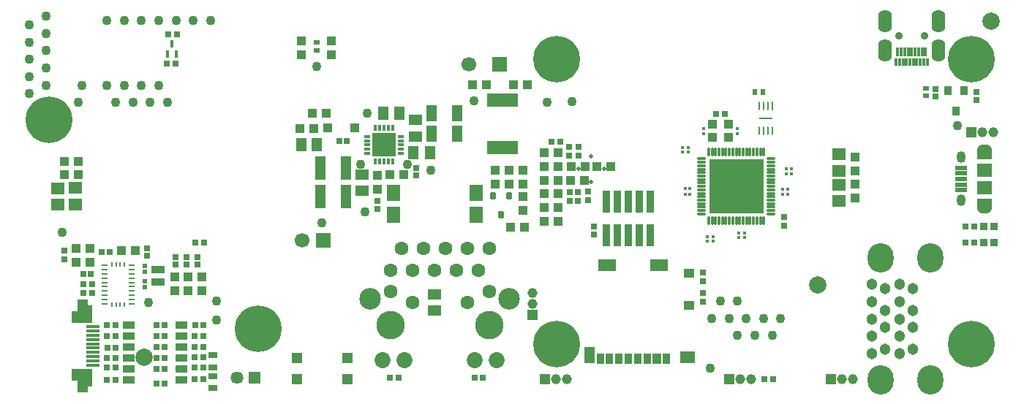
<source format=gts>
G04*
G04 #@! TF.GenerationSoftware,Altium Limited,Altium Designer,21.3.2 (30)*
G04*
G04 Layer_Color=8388736*
%FSLAX44Y44*%
%MOMM*%
G71*
G04*
G04 #@! TF.SameCoordinates,F6AF6AA3-D760-431E-B483-83C9D8F16B82*
G04*
G04*
G04 #@! TF.FilePolarity,Negative*
G04*
G01*
G75*
%ADD28R,0.6750X0.2500*%
%ADD29R,0.2500X0.5750*%
G04:AMPARAMS|DCode=46|XSize=1.0111mm|YSize=0.2425mm|CornerRadius=0.1212mm|HoleSize=0mm|Usage=FLASHONLY|Rotation=270.000|XOffset=0mm|YOffset=0mm|HoleType=Round|Shape=RoundedRectangle|*
%AMROUNDEDRECTD46*
21,1,1.0111,0.0000,0,0,270.0*
21,1,0.7686,0.2425,0,0,270.0*
1,1,0.2425,0.0000,-0.3843*
1,1,0.2425,0.0000,0.3843*
1,1,0.2425,0.0000,0.3843*
1,1,0.2425,0.0000,-0.3843*
%
%ADD46ROUNDEDRECTD46*%
%ADD47R,0.2425X1.0111*%
%ADD77R,0.6516X0.7516*%
%ADD78R,0.7516X0.6516*%
%ADD79R,0.5516X0.6516*%
%ADD80C,1.1016*%
%ADD81R,0.4616X0.4216*%
%ADD82R,0.9016X0.9016*%
%ADD83R,1.5016X0.8516*%
%ADD84R,1.1016X1.0016*%
%ADD85R,0.5216X0.5616*%
%ADD86R,0.7216X0.7216*%
%ADD87R,0.7216X0.7216*%
%ADD88R,1.0016X1.1016*%
%ADD89R,1.6516X1.4516*%
%ADD90R,1.2716X1.9016*%
%ADD91R,2.0016X1.4516*%
%ADD92R,1.3016X1.1016*%
%ADD93R,0.9516X1.2016*%
%ADD94R,0.9766X1.2016*%
%ADD95R,0.8516X1.2016*%
%ADD96R,1.3516X0.8616*%
%ADD97R,1.5066X0.4066*%
%ADD98R,1.1016X1.1016*%
%ADD99R,1.6500X0.2500*%
%ADD100O,0.3016X1.1016*%
%ADD101O,1.1016X0.3016*%
%ADD102R,6.3016X6.3016*%
%ADD103R,0.8616X2.5016*%
%ADD104R,0.4216X0.4616*%
%ADD105R,1.4516X0.5016*%
%ADD106R,1.6516X1.6016*%
%ADD107R,1.6216X1.8816*%
%ADD108R,0.3516X0.8016*%
%ADD109R,0.8016X0.3516*%
%ADD110R,2.7016X2.7016*%
%ADD111R,1.0016X1.0516*%
%ADD112R,1.3016X1.3016*%
%ADD113R,1.2516X1.9016*%
%ADD114R,1.2516X1.5516*%
%ADD115R,1.2516X2.8016*%
%ADD116R,1.5516X1.2516*%
%ADD117R,0.9016X1.1016*%
%ADD118R,1.6016X1.4016*%
%ADD119R,0.4016X0.8116*%
%ADD120R,0.3316X1.1016*%
%ADD121R,0.3316X0.9516*%
%ADD122R,0.6516X0.5516*%
%ADD123C,2.0000*%
G04:AMPARAMS|DCode=124|XSize=0.6516mm|YSize=0.9016mm|CornerRadius=0.1003mm|HoleSize=0mm|Usage=FLASHONLY|Rotation=0.000|XOffset=0mm|YOffset=0mm|HoleType=Round|Shape=RoundedRectangle|*
%AMROUNDEDRECTD124*
21,1,0.6516,0.7010,0,0,0.0*
21,1,0.4510,0.9016,0,0,0.0*
1,1,0.2006,0.2255,-0.3505*
1,1,0.2006,-0.2255,-0.3505*
1,1,0.2006,-0.2255,0.3505*
1,1,0.2006,0.2255,0.3505*
%
%ADD124ROUNDEDRECTD124*%
%ADD125R,1.1516X1.5016*%
%ADD126R,3.6616X1.5016*%
%ADD127R,1.0016X0.8016*%
%ADD128R,1.5016X1.1516*%
%ADD129R,2.4016X1.3516*%
%ADD130R,1.2016X2.7516*%
%ADD131R,1.7016X2.0516*%
%ADD132R,1.7016X2.0516*%
%ADD133R,1.2016X2.7516*%
%ADD134R,1.6516X1.3016*%
%ADD135R,1.6516X1.3016*%
%ADD136C,1.3016*%
%ADD137O,3.0016X3.4016*%
%ADD138O,1.0516X1.3516*%
%ADD139O,1.6516X1.0016*%
%ADD140R,1.1516X1.1516*%
%ADD141C,1.1516*%
%ADD142R,1.1516X1.1516*%
%ADD143C,1.4696*%
%ADD144R,1.4696X1.4696*%
%ADD145C,0.9116*%
%ADD146O,1.6016X2.6516*%
%ADD147C,5.4000*%
%ADD148C,0.5080*%
%ADD149C,1.7000*%
%ADD150R,1.7000X1.7000*%
%ADD151C,1.6016*%
%ADD152C,1.8516*%
%ADD153C,3.3016*%
%ADD154C,2.5016*%
%ADD155C,0.1016*%
%ADD156C,0.6016*%
%ADD157C,0.6080*%
D28*
X133625Y151500D02*
D03*
Y106500D02*
D03*
Y111500D02*
D03*
Y116500D02*
D03*
Y121500D02*
D03*
Y126500D02*
D03*
Y131500D02*
D03*
Y136500D02*
D03*
Y141500D02*
D03*
Y146500D02*
D03*
X102375Y151500D02*
D03*
Y146500D02*
D03*
Y141500D02*
D03*
Y136500D02*
D03*
Y131500D02*
D03*
Y126500D02*
D03*
Y121500D02*
D03*
Y116500D02*
D03*
Y111500D02*
D03*
Y106500D02*
D03*
D29*
X110500Y105875D02*
D03*
X115500D02*
D03*
X120500D02*
D03*
X125500D02*
D03*
Y152125D02*
D03*
X120500D02*
D03*
X115500D02*
D03*
X110500D02*
D03*
D46*
X875418Y307059D02*
D03*
X870418D02*
D03*
X865418D02*
D03*
X860418D02*
D03*
Y336069D02*
D03*
X865418D02*
D03*
X870418D02*
D03*
D47*
X875418D02*
D03*
D77*
X172100Y81800D02*
D03*
X162100D02*
D03*
X172100Y44300D02*
D03*
X162100D02*
D03*
X172100Y14000D02*
D03*
X162100D02*
D03*
X172100Y68906D02*
D03*
X162100D02*
D03*
X172100Y56206D02*
D03*
X162100D02*
D03*
X172100Y31500D02*
D03*
X162100D02*
D03*
X1109026Y177769D02*
D03*
X1099026D02*
D03*
X1109026Y196049D02*
D03*
X1099026D02*
D03*
X88016Y119366D02*
D03*
X78016D02*
D03*
X87979Y129765D02*
D03*
X77979D02*
D03*
X640504Y225779D02*
D03*
X650504D02*
D03*
X650504Y236375D02*
D03*
X640504D02*
D03*
X206992Y81860D02*
D03*
X216992D02*
D03*
X206738Y68906D02*
D03*
X216738D02*
D03*
X206738Y56206D02*
D03*
X216738D02*
D03*
X206484Y44522D02*
D03*
X216484D02*
D03*
X206738Y32838D02*
D03*
X216738D02*
D03*
X206738Y19122D02*
D03*
X216738D02*
D03*
X114884Y81606D02*
D03*
X104884D02*
D03*
X115218Y68906D02*
D03*
X105218D02*
D03*
X115392Y55698D02*
D03*
X105392D02*
D03*
X115138Y43760D02*
D03*
X105138D02*
D03*
X115218Y32584D02*
D03*
X105218D02*
D03*
X114884Y18868D02*
D03*
X104884D02*
D03*
X820086Y326898D02*
D03*
X810086D02*
D03*
X185883Y419048D02*
D03*
X175883D02*
D03*
X540432Y21336D02*
D03*
X530432D02*
D03*
X442642Y20828D02*
D03*
X432642D02*
D03*
X629952Y294894D02*
D03*
X619952D02*
D03*
X866400Y19300D02*
D03*
X876400D02*
D03*
X184578Y385318D02*
D03*
X174578D02*
D03*
X217598Y177292D02*
D03*
X207598D02*
D03*
D78*
X889200Y197100D02*
D03*
Y207100D02*
D03*
X56139Y168342D02*
D03*
Y158342D02*
D03*
X668838Y186633D02*
D03*
Y196633D02*
D03*
X640334Y278718D02*
D03*
Y288718D02*
D03*
X651256D02*
D03*
Y278718D02*
D03*
X662313Y236820D02*
D03*
Y226820D02*
D03*
X795274Y133176D02*
D03*
Y143176D02*
D03*
X795020Y119300D02*
D03*
Y109300D02*
D03*
D79*
X864293Y352228D02*
D03*
X855293D02*
D03*
D80*
X815000Y110000D02*
D03*
X835000D02*
D03*
X145000Y435000D02*
D03*
X225000D02*
D03*
X105000D02*
D03*
X125000D02*
D03*
X165000D02*
D03*
X185000D02*
D03*
X205000D02*
D03*
X152893Y108621D02*
D03*
X231900Y110100D02*
D03*
X115000Y340000D02*
D03*
X76107Y359951D02*
D03*
X105000Y360000D02*
D03*
X125000D02*
D03*
X135000Y340000D02*
D03*
X175000D02*
D03*
X155000D02*
D03*
X165000Y360000D02*
D03*
X145000D02*
D03*
X35000Y420000D02*
D03*
Y360000D02*
D03*
X15000Y350000D02*
D03*
Y430000D02*
D03*
Y390000D02*
D03*
X35000Y380000D02*
D03*
Y400000D02*
D03*
X15000Y410000D02*
D03*
Y370000D02*
D03*
X35000Y440000D02*
D03*
X1089848Y313474D02*
D03*
X53028Y189438D02*
D03*
X231900Y87600D02*
D03*
X805000Y90000D02*
D03*
X825000D02*
D03*
X845000D02*
D03*
X865000D02*
D03*
X835000Y70000D02*
D03*
X885000Y90000D02*
D03*
X855000Y70000D02*
D03*
X875000D02*
D03*
X479740Y261404D02*
D03*
X398448Y268680D02*
D03*
X529778Y342176D02*
D03*
X803656Y32004D02*
D03*
X403794Y213398D02*
D03*
X452562Y268262D02*
D03*
X354010Y200190D02*
D03*
X614244Y340634D02*
D03*
X347650Y382050D02*
D03*
X643041Y340900D02*
D03*
X406080Y327698D02*
D03*
X72150Y340250D02*
D03*
D81*
X779780Y233426D02*
D03*
X774180D02*
D03*
X779786Y240030D02*
D03*
X774186D02*
D03*
X892810Y239776D02*
D03*
X887210D02*
D03*
X892808Y233172D02*
D03*
X887208D02*
D03*
D82*
X1119611Y177727D02*
D03*
X1132111D02*
D03*
Y195935D02*
D03*
X1119611D02*
D03*
D83*
X164149Y131719D02*
D03*
Y146319D02*
D03*
D84*
X69358Y154536D02*
D03*
Y170536D02*
D03*
X85000Y170500D02*
D03*
Y154500D02*
D03*
X824336Y315090D02*
D03*
X805836Y299590D02*
D03*
X824336D02*
D03*
X805836Y315090D02*
D03*
X570144Y261762D02*
D03*
Y245762D02*
D03*
X330000Y395000D02*
D03*
Y411000D02*
D03*
X365000Y395000D02*
D03*
Y411000D02*
D03*
X970788Y229744D02*
D03*
Y245744D02*
D03*
Y276478D02*
D03*
Y260478D02*
D03*
X418450Y255550D02*
D03*
Y239550D02*
D03*
X214630Y137794D02*
D03*
Y121794D02*
D03*
X199256Y137839D02*
D03*
Y121839D02*
D03*
X183762Y137839D02*
D03*
Y121839D02*
D03*
X554142Y261762D02*
D03*
Y245762D02*
D03*
X586654Y261762D02*
D03*
Y245762D02*
D03*
X586590Y231028D02*
D03*
Y215028D02*
D03*
D85*
X149030Y143828D02*
D03*
Y150428D02*
D03*
Y132828D02*
D03*
Y126228D02*
D03*
D86*
X77528Y141042D02*
D03*
X86528D02*
D03*
X108000Y167000D02*
D03*
X99000D02*
D03*
X382888Y295402D02*
D03*
X373888D02*
D03*
D87*
X151130Y162052D02*
D03*
Y171052D02*
D03*
X418200Y225850D02*
D03*
Y216850D02*
D03*
X462892Y264358D02*
D03*
Y255358D02*
D03*
X210058Y151964D02*
D03*
Y160964D02*
D03*
X197358Y151892D02*
D03*
Y160892D02*
D03*
X184658Y151892D02*
D03*
Y160892D02*
D03*
X1064448Y355820D02*
D03*
Y346820D02*
D03*
X1111946Y342756D02*
D03*
Y351756D02*
D03*
D88*
X137540Y168656D02*
D03*
X121540D02*
D03*
X627452Y281686D02*
D03*
X611452D02*
D03*
X627452Y265938D02*
D03*
X611452D02*
D03*
X627452Y202438D02*
D03*
X611452D02*
D03*
X627452Y249936D02*
D03*
X611452D02*
D03*
X627452Y234188D02*
D03*
X611452D02*
D03*
X627452Y218440D02*
D03*
X611452D02*
D03*
X672250Y265800D02*
D03*
X688250D02*
D03*
X658600Y265850D02*
D03*
X642600D02*
D03*
X592000Y360550D02*
D03*
X576000D02*
D03*
X342520Y327406D02*
D03*
X358520D02*
D03*
X55754Y272034D02*
D03*
X71754D02*
D03*
X55754Y256540D02*
D03*
X71754D02*
D03*
X588136Y195834D02*
D03*
X572136D02*
D03*
X544128Y360464D02*
D03*
X528128D02*
D03*
X657600Y249400D02*
D03*
X641600D02*
D03*
X344104Y309410D02*
D03*
X328104D02*
D03*
X448878Y256324D02*
D03*
X432878D02*
D03*
D89*
X777194Y44722D02*
D03*
D90*
X663994Y46972D02*
D03*
D91*
X743944Y151722D02*
D03*
X684244D02*
D03*
D92*
X778944Y141972D02*
D03*
Y104972D02*
D03*
D93*
X752594Y43472D02*
D03*
X730594D02*
D03*
X719594D02*
D03*
X708594D02*
D03*
X697594D02*
D03*
X686594D02*
D03*
D94*
X741594D02*
D03*
D95*
X676094D02*
D03*
D96*
X191434Y18614D02*
D03*
Y31314D02*
D03*
Y44014D02*
D03*
Y56714D02*
D03*
Y69414D02*
D03*
Y82114D02*
D03*
X129934Y18614D02*
D03*
Y31314D02*
D03*
Y44014D02*
D03*
Y56714D02*
D03*
Y69414D02*
D03*
Y82114D02*
D03*
D97*
X88723Y80427D02*
D03*
D03*
Y75427D02*
D03*
Y70427D02*
D03*
Y65427D02*
D03*
Y60427D02*
D03*
Y55427D02*
D03*
Y50427D02*
D03*
Y45427D02*
D03*
Y40427D02*
D03*
Y35427D02*
D03*
D98*
X78913Y94917D02*
D03*
X78833Y20767D02*
D03*
D99*
X867918Y321564D02*
D03*
D100*
X801506Y202762D02*
D03*
X805506D02*
D03*
X809506Y202762D02*
D03*
X813506D02*
D03*
X817506D02*
D03*
X821506Y202762D02*
D03*
X825506D02*
D03*
X829506D02*
D03*
X833506D02*
D03*
X837506D02*
D03*
X841506D02*
D03*
X845506D02*
D03*
X849506Y202762D02*
D03*
X853506Y202762D02*
D03*
X857506Y202762D02*
D03*
X861506Y202762D02*
D03*
X865506Y202762D02*
D03*
Y282762D02*
D03*
X861506Y282762D02*
D03*
X857506Y282762D02*
D03*
X853506Y282762D02*
D03*
X849506Y282762D02*
D03*
X845506Y282762D02*
D03*
X841506D02*
D03*
X837506D02*
D03*
X833506D02*
D03*
X829506D02*
D03*
X825506D02*
D03*
X821506D02*
D03*
X817506Y282762D02*
D03*
X813506D02*
D03*
X809506D02*
D03*
X805506Y282762D02*
D03*
X801506D02*
D03*
D101*
X873506Y210762D02*
D03*
Y214762D02*
D03*
X873506Y218762D02*
D03*
Y222762D02*
D03*
Y226762D02*
D03*
X873506Y230762D02*
D03*
Y234762D02*
D03*
Y238762D02*
D03*
Y242762D02*
D03*
Y246762D02*
D03*
Y250762D02*
D03*
Y254762D02*
D03*
X873506Y258762D02*
D03*
X873506Y262762D02*
D03*
X873506Y266762D02*
D03*
X873506Y270762D02*
D03*
X873506Y274762D02*
D03*
X793506D02*
D03*
X793506Y270762D02*
D03*
X793506Y266762D02*
D03*
X793506Y262762D02*
D03*
X793506Y258762D02*
D03*
X793506Y254762D02*
D03*
Y250762D02*
D03*
Y246762D02*
D03*
Y242762D02*
D03*
Y238762D02*
D03*
Y234762D02*
D03*
Y230762D02*
D03*
X793506Y226762D02*
D03*
Y222762D02*
D03*
Y218762D02*
D03*
X793506Y214762D02*
D03*
Y210762D02*
D03*
D102*
X833506Y242762D02*
D03*
D103*
X683352Y185923D02*
D03*
X696052D02*
D03*
X708752D02*
D03*
X721452D02*
D03*
X734152D02*
D03*
X683352Y224923D02*
D03*
X696052D02*
D03*
X708752D02*
D03*
X721452D02*
D03*
X734152D02*
D03*
D104*
X834644Y303778D02*
D03*
Y309378D02*
D03*
X795528Y309378D02*
D03*
Y303778D02*
D03*
X842772Y188976D02*
D03*
Y183376D02*
D03*
X836422Y188976D02*
D03*
Y183376D02*
D03*
X771144Y282442D02*
D03*
Y288042D02*
D03*
X778002Y282440D02*
D03*
Y288040D02*
D03*
X891032Y263150D02*
D03*
Y257550D02*
D03*
X897102Y263150D02*
D03*
Y257550D02*
D03*
X806704Y184664D02*
D03*
Y179064D02*
D03*
X800215Y184662D02*
D03*
Y179062D02*
D03*
D105*
X1093981Y238471D02*
D03*
Y244971D02*
D03*
Y251471D02*
D03*
Y257971D02*
D03*
Y264471D02*
D03*
D106*
X1120981Y241471D02*
D03*
Y261471D02*
D03*
D107*
X436984Y234966D02*
D03*
Y209566D02*
D03*
X532184Y234966D02*
D03*
Y209566D02*
D03*
D108*
X415852Y271288D02*
D03*
X420852D02*
D03*
X425852D02*
D03*
X430852D02*
D03*
X435852D02*
D03*
Y310288D02*
D03*
X430852D02*
D03*
X425852D02*
D03*
X420852D02*
D03*
X415852D02*
D03*
D109*
X445352Y280788D02*
D03*
Y285788D02*
D03*
Y290788D02*
D03*
Y295788D02*
D03*
Y300788D02*
D03*
X406352D02*
D03*
Y295788D02*
D03*
Y290788D02*
D03*
Y285788D02*
D03*
Y280788D02*
D03*
D110*
X425852Y290788D02*
D03*
D111*
X360172Y310642D02*
D03*
X391672Y310642D02*
D03*
D112*
X383764Y44288D02*
D03*
Y19288D02*
D03*
X324764Y44288D02*
D03*
Y19288D02*
D03*
D113*
X480474Y304076D02*
D03*
X510474D02*
D03*
X480474Y327952D02*
D03*
X510474D02*
D03*
D114*
X347770Y291122D02*
D03*
X329770D02*
D03*
D115*
X351710Y263944D02*
D03*
X381710D02*
D03*
X351710Y231432D02*
D03*
X381710D02*
D03*
D116*
X484378Y117204D02*
D03*
Y99204D02*
D03*
D117*
X1097570Y354176D02*
D03*
X1078570D02*
D03*
X1088070Y330176D02*
D03*
D118*
X48260Y221640D02*
D03*
Y240640D02*
D03*
X68834Y221894D02*
D03*
Y240894D02*
D03*
X952500Y261010D02*
D03*
Y280010D02*
D03*
Y244856D02*
D03*
Y225856D02*
D03*
D119*
X180086Y408182D02*
D03*
X185086Y395982D02*
D03*
X175086D02*
D03*
D120*
X1052509Y398992D02*
D03*
X1048509D02*
D03*
X1044509D02*
D03*
X1040509D02*
D03*
X1036509D02*
D03*
X1032509D02*
D03*
X1028509D02*
D03*
X1024509D02*
D03*
X1020509D02*
D03*
D121*
X1054509Y386742D02*
D03*
X1050509D02*
D03*
X1046509D02*
D03*
X1042509D02*
D03*
X1038509D02*
D03*
X1034509D02*
D03*
X1030509D02*
D03*
X1026509D02*
D03*
X1022509D02*
D03*
X1018509D02*
D03*
D122*
X347672Y400422D02*
D03*
Y409422D02*
D03*
X1053526Y356654D02*
D03*
Y347654D02*
D03*
D123*
X148100Y44400D02*
D03*
X1128630Y434347D02*
D03*
X928050Y128650D02*
D03*
D124*
X570690Y231996D02*
D03*
X551690D02*
D03*
X561190Y209996D02*
D03*
D125*
X443632Y327168D02*
D03*
X424632D02*
D03*
X478996Y282210D02*
D03*
X459996D02*
D03*
D126*
X563052Y342552D02*
D03*
Y287952D02*
D03*
D127*
X228000Y33000D02*
D03*
Y47000D02*
D03*
X228000Y22812D02*
D03*
Y8812D02*
D03*
D128*
X461876Y300752D02*
D03*
Y319752D02*
D03*
X400154Y237404D02*
D03*
Y256404D02*
D03*
D129*
X76214Y91164D02*
D03*
X76235Y24681D02*
D03*
D130*
X77223Y98177D02*
D03*
D131*
X79723Y94677D02*
D03*
D132*
X79723Y21177D02*
D03*
D133*
X77223Y17677D02*
D03*
D134*
X1120980Y222472D02*
D03*
D135*
Y280471D02*
D03*
D136*
X990848Y69192D02*
D03*
Y89192D02*
D03*
Y109192D02*
D03*
Y49192D02*
D03*
Y129192D02*
D03*
X1005848Y99192D02*
D03*
Y79192D02*
D03*
Y124192D02*
D03*
Y54192D02*
D03*
X1022848Y69192D02*
D03*
Y89192D02*
D03*
Y109192D02*
D03*
Y49192D02*
D03*
Y129192D02*
D03*
X1037848Y99192D02*
D03*
Y79192D02*
D03*
Y124192D02*
D03*
Y54192D02*
D03*
D137*
X1057848Y18742D02*
D03*
Y159642D02*
D03*
X1001048D02*
D03*
Y18742D02*
D03*
D138*
X1093981Y276471D02*
D03*
Y226471D02*
D03*
D139*
X1120981Y286471D02*
D03*
Y216471D02*
D03*
D140*
X597650Y93850D02*
D03*
D141*
Y106550D02*
D03*
Y119250D02*
D03*
X625094Y19050D02*
D03*
X637794D02*
D03*
X956056D02*
D03*
X968756D02*
D03*
X838200D02*
D03*
X850900D02*
D03*
X1118362Y305308D02*
D03*
X1131062D02*
D03*
D142*
X612394Y19050D02*
D03*
X943356D02*
D03*
X825500D02*
D03*
X1105662Y305308D02*
D03*
D143*
X255844Y20828D02*
D03*
D144*
X275844D02*
D03*
D145*
X1021509Y417692D02*
D03*
X1051509D02*
D03*
D146*
X1067509Y434492D02*
D03*
X1005509D02*
D03*
Y400392D02*
D03*
X1067509D02*
D03*
D147*
X625312Y390082D02*
D03*
X1105312Y60082D02*
D03*
X38012Y319923D02*
D03*
X280012Y77923D02*
D03*
X1105312Y390082D02*
D03*
X625312Y60082D02*
D03*
D148*
X680216Y262787D02*
D03*
X650716D02*
D03*
X665466Y277537D02*
D03*
Y248037D02*
D03*
D149*
X330842Y179870D02*
D03*
X524216Y384594D02*
D03*
D150*
X355842Y179870D02*
D03*
X559216Y384594D02*
D03*
D151*
X534604Y145888D02*
D03*
X509204D02*
D03*
X483804D02*
D03*
X458404D02*
D03*
X433004D02*
D03*
X445704Y171288D02*
D03*
X471104D02*
D03*
X496504D02*
D03*
X521904D02*
D03*
X547304D02*
D03*
X433004Y120688D02*
D03*
X458404Y107988D02*
D03*
X521904D02*
D03*
X547304Y120688D02*
D03*
D152*
X423854Y41788D02*
D03*
X449254D02*
D03*
X531054D02*
D03*
X556454D02*
D03*
D153*
X433004Y82388D02*
D03*
X547304D02*
D03*
D154*
X409509Y112888D02*
D03*
X570799D02*
D03*
D155*
X1132021Y89231D02*
D03*
X15039Y285777D02*
D03*
D156*
X811506Y220762D02*
D03*
X811506Y231762D02*
D03*
X811506Y242762D02*
D03*
X811506Y253762D02*
D03*
X811506Y264762D02*
D03*
X822506Y220762D02*
D03*
Y231762D02*
D03*
X822506Y242762D02*
D03*
X822506Y253762D02*
D03*
Y264762D02*
D03*
X833506Y220762D02*
D03*
Y231762D02*
D03*
Y242762D02*
D03*
Y253762D02*
D03*
Y264762D02*
D03*
X844506Y220762D02*
D03*
Y231762D02*
D03*
X844506Y242762D02*
D03*
X844506Y253762D02*
D03*
Y264762D02*
D03*
X855506Y220762D02*
D03*
X855506Y231762D02*
D03*
X855506Y242762D02*
D03*
X855506Y253762D02*
D03*
X855506Y264762D02*
D03*
D157*
X604562Y390082D02*
D03*
X646062D02*
D03*
X625312Y369332D02*
D03*
Y410832D02*
D03*
X1084562Y60082D02*
D03*
X1126062D02*
D03*
X1105312Y39332D02*
D03*
Y80832D02*
D03*
X17262Y319923D02*
D03*
X58762D02*
D03*
X38012Y299173D02*
D03*
Y340673D02*
D03*
X259262Y77923D02*
D03*
X300762D02*
D03*
X280012Y57173D02*
D03*
Y98673D02*
D03*
X1126062Y390082D02*
D03*
X1084562D02*
D03*
X1105312Y410832D02*
D03*
Y369332D02*
D03*
X646062Y60082D02*
D03*
X604562D02*
D03*
X625312Y80832D02*
D03*
Y39332D02*
D03*
M02*

</source>
